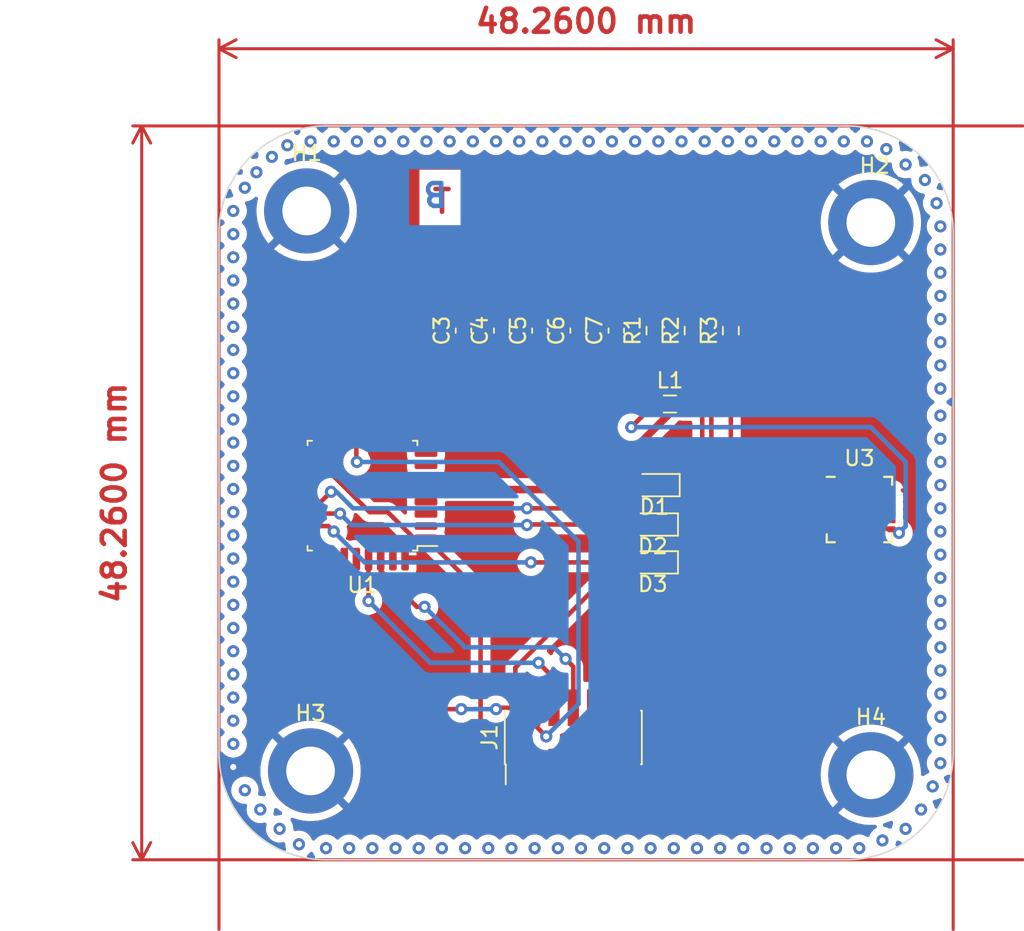
<source format=kicad_pcb>
(kicad_pcb (version 20221018) (generator pcbnew)
  (layers (0 "F.Cu" signal) (31 "B.Cu" signal) (34 "B.Paste" user) (35 "F.Paste" user) (36 "B.SilkS" user "B.Silkscreen") (37 "F.SilkS" user "F.Silkscreen") (38 "B.Mask" user) (39 "F.Mask" user) (44 "Edge.Cuts" user))
  (net 0 "")
  (net 1 "+3.3V")
  (net 2 "GND")
  (net 3 "+3.3VA")
  (net 4 "Net-(D1-K)")
  (net 5 "LED_PWR")
  (net 6 "Net-(D2-K)")
  (net 7 "LED_USER1")
  (net 8 "Net-(D3-K)")
  (net 9 "LED_USER2")
  (net 11 "SDA")
  (net 12 "SCL")
  (net 13 "BOUTON_USR")
  (net 14 "BOUTON_RESET")
  (footprint "Resistor_SMD:R_0603_1608Metric_Pad0.98x0.95mm_HandSolder" (layer "F.Cu") (at 183.642 69.342 90)
    (fp_text reference "R1" (at 0 -1.43 90) (layer "F.SilkS"))
    (fp_text value "1k")
    (fp_line (start -0.254724 -0.5225) (end 0.254724 -0.5225) (stroke (width 0.12)) (layer "F.SilkS"))
    (fp_line (start -0.254724 0.5225) (end 0.254724 0.5225) (stroke (width 0.12)) (layer "F.SilkS"))
    (pad "1" smd roundrect (at -0.9125 0 90) (size 0.975 0.95) (layers "F.Cu" "F.Paste" "F.Mask") (net 4 "Net-(D1-K)"))
    (pad "2" smd roundrect (at 0.9125 0 90) (size 0.975 0.95) (layers "F.Cu" "F.Paste" "F.Mask") (net 2 "GND"))
  )
  (footprint "Sensor_Motion:InvenSense_QFN-24_4x4mm_P0.5mm" (layer "F.Cu") (at 197.116 81.108)
    (fp_text reference "U3" (at 0 -3.375) (layer "F.SilkS"))
    (fp_text value "MPU-6050")
    (fp_line (start -2.15 -2.15) (end -1.625 -2.15) (stroke (width 0.15)) (layer "F.SilkS"))
    (fp_line (start -2.15 2.15) (end -2.15 1.625) (stroke (width 0.15)) (layer "F.SilkS"))
    (fp_line (start -2.15 2.15) (end -1.625 2.15) (stroke (width 0.15)) (layer "F.SilkS"))
    (fp_line (start 2.15 -2.15) (end 1.625 -2.15) (stroke (width 0.15)) (layer "F.SilkS"))
    (fp_line (start 2.15 -2.15) (end 2.15 -1.625) (stroke (width 0.15)) (layer "F.SilkS"))
    (fp_line (start 2.15 2.15) (end 1.625 2.15) (stroke (width 0.15)) (layer "F.SilkS"))
    (fp_line (start 2.15 2.15) (end 2.15 1.625) (stroke (width 0.15)) (layer "F.SilkS"))
    (pad "1" smd roundrect (at -1.95 -1.25) (size 0.85 0.3) (layers "F.Cu" "F.Paste" "F.Mask"))
    (pad "2" smd roundrect (at -1.95 -0.75) (size 0.85 0.3) (layers "F.Cu" "F.Paste" "F.Mask"))
    (pad "3" smd roundrect (at -1.95 -0.25) (size 0.85 0.3) (layers "F.Cu" "F.Paste" "F.Mask"))
    (pad "4" smd roundrect (at -1.95 0.25) (size 0.85 0.3) (layers "F.Cu" "F.Paste" "F.Mask"))
    (pad "5" smd roundrect (at -1.95 0.75) (size 0.85 0.3) (layers "F.Cu" "F.Paste" "F.Mask"))
    (pad "6" smd roundrect (at -1.95 1.25) (size 0.85 0.3) (layers "F.Cu" "F.Paste" "F.Mask"))
    (pad "7" smd roundrect (at -1.25 1.95 90) (size 0.85 0.3) (layers "F.Cu" "F.Paste" "F.Mask"))
    (pad "8" smd roundrect (at -0.75 1.95 90) (size 0.85 0.3) (layers "F.Cu" "F.Paste" "F.Mask"))
    (pad "9" smd roundrect (at -0.25 1.95 90) (size 0.85 0.3) (layers "F.Cu" "F.Paste" "F.Mask"))
    (pad "10" smd roundrect (at 0.25 1.95 90) (size 0.85 0.3) (layers "F.Cu" "F.Paste" "F.Mask"))
    (pad "11" smd roundrect (at 0.75 1.95 90) (size 0.85 0.3) (layers "F.Cu" "F.Paste" "F.Mask"))
    (pad "12" smd roundrect (at 1.25 1.95 90) (size 0.85 0.3) (layers "F.Cu" "F.Paste" "F.Mask"))
    (pad "13" smd roundrect (at 1.95 1.25) (size 0.85 0.3) (layers "F.Cu" "F.Paste" "F.Mask") (net 1 "+3.3V"))
    (pad "14" smd roundrect (at 1.95 0.75) (size 0.85 0.3) (layers "F.Cu" "F.Paste" "F.Mask"))
    (pad "15" smd roundrect (at 1.95 0.25) (size 0.85 0.3) (layers "F.Cu" "F.Paste" "F.Mask"))
    (pad "16" smd roundrect (at 1.95 -0.25) (size 0.85 0.3) (layers "F.Cu" "F.Paste" "F.Mask"))
    (pad "17" smd roundrect (at 1.95 -0.75) (size 0.85 0.3) (layers "F.Cu" "F.Paste" "F.Mask"))
    (pad "18" smd roundrect (at 1.95 -1.25) (size 0.85 0.3) (layers "F.Cu" "F.Paste" "F.Mask") (net 2 "GND"))
    (pad "19" smd roundrect (at 1.25 -1.95 90) (size 0.85 0.3) (layers "F.Cu" "F.Paste" "F.Mask"))
    (pad "20" smd roundrect (at 0.75 -1.95 90) (size 0.85 0.3) (layers "F.Cu" "F.Paste" "F.Mask"))
    (pad "21" smd roundrect (at 0.25 -1.95 90) (size 0.85 0.3) (layers "F.Cu" "F.Paste" "F.Mask"))
    (pad "22" smd roundrect (at -0.25 -1.95 90) (size 0.85 0.3) (layers "F.Cu" "F.Paste" "F.Mask"))
    (pad "23" smd roundrect (at -0.75 -1.95 90) (size 0.85 0.3) (layers "F.Cu" "F.Paste" "F.Mask") (net 12 "SCL"))
    (pad "24" smd roundrect (at -1.25 -1.95 90) (size 0.85 0.3) (layers "F.Cu" "F.Paste" "F.Mask") (net 11 "SDA"))
    (zone (net 0) (net_name "") (layer "F.Cu") (connect_pads (clearance 0)) (min_thickness 0.254)
      (keepout (tracks not_allowed) (vias not_allowed) (pads not_allowed) (copperpour not_allowed) (footprints allowed))
      (fill (thermal_gap 0.508) (thermal_bridge_width 0.508))
      (polygon (pts (xy 195.741 79.783) (xy 198.491 79.783) (xy 198.491 82.433) (xy 195.741 82.433)))
    )
  )
  (footprint "MountingHole:MountingHole_3.2mm_M3_DIN965_Pad" (layer "F.Cu") (at 160.782 61.468)
    (fp_text reference "H1" (at 0 -3.8) (layer "F.SilkS"))
    (fp_text value "MountingHole_Pad")
    (pad "1" thru_hole circle (at 0 0) (size 5.6 5.6) (drill 3.2) (layers "*.Cu" "*.Mask") (net 2 "GND"))
  )
  (footprint "Resistor_SMD:R_0603_1608Metric_Pad0.98x0.95mm_HandSolder" (layer "F.Cu") (at 186.152 69.342 90)
    (fp_text reference "R2" (at 0 -1.43 90) (layer "F.SilkS"))
    (fp_text value "1k")
    (fp_line (start -0.254724 -0.5225) (end 0.254724 -0.5225) (stroke (width 0.12)) (layer "F.SilkS"))
    (fp_line (start -0.254724 0.5225) (end 0.254724 0.5225) (stroke (width 0.12)) (layer "F.SilkS"))
    (pad "1" smd roundrect (at -0.9125 0 90) (size 0.975 0.95) (layers "F.Cu" "F.Paste" "F.Mask") (net 6 "Net-(D2-K)"))
    (pad "2" smd roundrect (at 0.9125 0 90) (size 0.975 0.95) (layers "F.Cu" "F.Paste" "F.Mask") (net 2 "GND"))
  )
  (footprint "Capacitor_SMD:C_0603_1608Metric_Pad1.08x0.95mm_HandSolder" (layer "F.Cu") (at 178.622 69.342 90)
    (fp_text reference "C6" (at 0 -1.43 90) (layer "F.SilkS"))
    (fp_text value "1u")
    (fp_line (start -0.146267 -0.51) (end 0.146267 -0.51) (stroke (width 0.12)) (layer "F.SilkS"))
    (fp_line (start -0.146267 0.51) (end 0.146267 0.51) (stroke (width 0.12)) (layer "F.SilkS"))
    (pad "1" smd roundrect (at -0.8625 0 90) (size 1.075 0.95) (layers "F.Cu" "F.Paste" "F.Mask") (net 3 "+3.3VA"))
    (pad "2" smd roundrect (at 0.8625 0 90) (size 1.075 0.95) (layers "F.Cu" "F.Paste" "F.Mask") (net 2 "GND"))
  )
  (footprint "Package_QFP:LQFP-32_7x7mm_P0.8mm" (layer "F.Cu") (at 164.449 80.194 180)
    (fp_text reference "U1" (at 0 -5.88) (layer "F.SilkS"))
    (fp_text value "STM32L412KBTx")
    (fp_line (start -3.61 -3.61) (end -3.61 -3.31) (stroke (width 0.12)) (layer "F.SilkS"))
    (fp_line (start -3.61 -3.31) (end -4.925 -3.31) (stroke (width 0.12)) (layer "F.SilkS"))
    (fp_line (start -3.61 3.61) (end -3.61 3.31) (stroke (width 0.12)) (layer "F.SilkS"))
    (fp_line (start -3.31 -3.61) (end -3.61 -3.61) (stroke (width 0.12)) (layer "F.SilkS"))
    (fp_line (start -3.31 3.61) (end -3.61 3.61) (stroke (width 0.12)) (layer "F.SilkS"))
    (fp_line (start 3.31 -3.61) (end 3.61 -3.61) (stroke (width 0.12)) (layer "F.SilkS"))
    (fp_line (start 3.31 3.61) (end 3.61 3.61) (stroke (width 0.12)) (layer "F.SilkS"))
    (fp_line (start 3.61 -3.61) (end 3.61 -3.31) (stroke (width 0.12)) (layer "F.SilkS"))
    (fp_line (start 3.61 3.61) (end 3.61 3.31) (stroke (width 0.12)) (layer "F.SilkS"))
    (pad "1" smd roundrect (at -4.175 -2.8 180) (size 1.5 0.5) (layers "F.Cu" "F.Paste" "F.Mask") (net 1 "+3.3V"))
    (pad "2" smd roundrect (at -4.175 -2 180) (size 1.5 0.5) (layers "F.Cu" "F.Paste" "F.Mask"))
    (pad "3" smd roundrect (at -4.175 -1.2 180) (size 1.5 0.5) (layers "F.Cu" "F.Paste" "F.Mask"))
    (pad "4" smd roundrect (at -4.175 -0.4 180) (size 1.5 0.5) (layers "F.Cu" "F.Paste" "F.Mask"))
    (pad "5" smd roundrect (at -4.175 0.4 180) (size 1.5 0.5) (layers "F.Cu" "F.Paste" "F.Mask") (net 3 "+3.3VA"))
    (pad "6" smd roundrect (at -4.175 1.2 180) (size 1.5 0.5) (layers "F.Cu" "F.Paste" "F.Mask"))
    (pad "7" smd roundrect (at -4.175 2 180) (size 1.5 0.5) (layers "F.Cu" "F.Paste" "F.Mask"))
    (pad "8" smd roundrect (at -4.175 2.8 180) (size 1.5 0.5) (layers "F.Cu" "F.Paste" "F.Mask"))
    (pad "9" smd roundrect (at -2.8 4.175 180) (size 0.5 1.5) (layers "F.Cu" "F.Paste" "F.Mask"))
    (pad "10" smd roundrect (at -2 4.175 180) (size 0.5 1.5) (layers "F.Cu" "F.Paste" "F.Mask"))
    (pad "11" smd roundrect (at -1.2 4.175 180) (size 0.5 1.5) (layers "F.Cu" "F.Paste" "F.Mask"))
    (pad "12" smd roundrect (at -0.4 4.175 180) (size 0.5 1.5) (layers "F.Cu" "F.Paste" "F.Mask"))
    (pad "13" smd roundrect (at 0.4 4.175 180) (size 0.5 1.5) (layers "F.Cu" "F.Paste" "F.Mask") (net 12 "SCL"))
    (pad "14" smd roundrect (at 1.2 4.175 180) (size 0.5 1.5) (layers "F.Cu" "F.Paste" "F.Mask"))
    (pad "15" smd roundrect (at 2 4.175 180) (size 0.5 1.5) (layers "F.Cu" "F.Paste" "F.Mask"))
    (pad "16" smd roundrect (at 2.8 4.175 180) (size 0.5 1.5) (layers "F.Cu" "F.Paste" "F.Mask") (net 2 "GND"))
    (pad "17" smd roundrect (at 4.175 2.8 180) (size 1.5 0.5) (layers "F.Cu" "F.Paste" "F.Mask") (net 1 "+3.3V"))
    (pad "18" smd roundrect (at 4.175 2 180) (size 1.5 0.5) (layers "F.Cu" "F.Paste" "F.Mask"))
    (pad "19" smd roundrect (at 4.175 1.2 180) (size 1.5 0.5) (layers "F.Cu" "F.Paste" "F.Mask"))
    (pad "20" smd roundrect (at 4.175 0.4 180) (size 1.5 0.5) (layers "F.Cu" "F.Paste" "F.Mask") (net 11 "SDA"))
    (pad "21" smd roundrect (at 4.175 -0.4 180) (size 1.5 0.5) (layers "F.Cu" "F.Paste" "F.Mask") (net 5 "LED_PWR"))
    (pad "22" smd roundrect (at 4.175 -1.2 180) (size 1.5 0.5) (layers "F.Cu" "F.Paste" "F.Mask") (net 7 "LED_USER1"))
    (pad "23" smd roundrect (at 4.175 -2 180) (size 1.5 0.5) (layers "F.Cu" "F.Paste" "F.Mask") (net 9 "LED_USER2"))
    (pad "24" smd roundrect (at 4.175 -2.8 180) (size 1.5 0.5) (layers "F.Cu" "F.Paste" "F.Mask"))
    (pad "25" smd roundrect (at 2.8 -4.175 180) (size 0.5 1.5) (layers "F.Cu" "F.Paste" "F.Mask"))
    (pad "26" smd roundrect (at 2 -4.175 180) (size 0.5 1.5) (layers "F.Cu" "F.Paste" "F.Mask"))
    (pad "27" smd roundrect (at 1.2 -4.175 180) (size 0.5 1.5) (layers "F.Cu" "F.Paste" "F.Mask"))
    (pad "28" smd roundrect (at 0.4 -4.175 180) (size 0.5 1.5) (layers "F.Cu" "F.Paste" "F.Mask"))
    (pad "29" smd roundrect (at -0.4 -4.175 180) (size 0.5 1.5) (layers "F.Cu" "F.Paste" "F.Mask") (net 13 "BOUTON_USR"))
    (pad "30" smd roundrect (at -1.2 -4.175 180) (size 0.5 1.5) (layers "F.Cu" "F.Paste" "F.Mask") (net 14 "BOUTON_RESET"))
    (pad "31" smd roundrect (at -2 -4.175 180) (size 0.5 1.5) (layers "F.Cu" "F.Paste" "F.Mask"))
    (pad "32" smd roundrect (at -2.8 -4.175 180) (size 0.5 1.5) (layers "F.Cu" "F.Paste" "F.Mask") (net 2 "GND"))
  )
  (footprint "LED_SMD:LED_0603_1608Metric_Pad1.05x0.95mm_HandSolder" (layer "F.Cu") (at 183.529 84.582 180)
    (fp_text reference "D3" (at 0 -1.43) (layer "F.SilkS"))
    (fp_text value "LED_Small")
    (fp_line (start -1.66 -0.735) (end -1.66 0.735) (stroke (width 0.12)) (layer "F.SilkS"))
    (fp_line (start -1.66 0.735) (end 0.8 0.735) (stroke (width 0.12)) (layer "F.SilkS"))
    (fp_line (start 0.8 -0.735) (end -1.66 -0.735) (stroke (width 0.12)) (layer "F.SilkS"))
    (pad "1" smd roundrect (at -0.875 0 180) (size 1.05 0.95) (layers "F.Cu" "F.Paste" "F.Mask") (net 8 "Net-(D3-K)"))
    (pad "2" smd roundrect (at 0.875 0 180) (size 1.05 0.95) (layers "F.Cu" "F.Paste" "F.Mask") (net 9 "LED_USER2"))
  )
  (footprint "Resistor_SMD:R_0603_1608Metric_Pad0.98x0.95mm_HandSolder" (layer "F.Cu") (at 188.662 69.342 90)
    (fp_text reference "R3" (at 0 -1.43 90) (layer "F.SilkS"))
    (fp_text value "1k")
    (fp_line (start -0.254724 -0.5225) (end 0.254724 -0.5225) (stroke (width 0.12)) (layer "F.SilkS"))
    (fp_line (start -0.254724 0.5225) (end 0.254724 0.5225) (stroke (width 0.12)) (layer "F.SilkS"))
    (pad "1" smd roundrect (at -0.9125 0 90) (size 0.975 0.95) (layers "F.Cu" "F.Paste" "F.Mask") (net 8 "Net-(D3-K)"))
    (pad "2" smd roundrect (at 0.9125 0 90) (size 0.975 0.95) (layers "F.Cu" "F.Paste" "F.Mask") (net 2 "GND"))
  )
  (footprint "LED_SMD:LED_0603_1608Metric_Pad1.05x0.95mm_HandSolder" (layer "F.Cu") (at 183.529 82.092 180)
    (fp_text reference "D2" (at 0 -1.43) (layer "F.SilkS"))
    (fp_text value "LED_Small")
    (fp_line (start -1.66 -0.735) (end -1.66 0.735) (stroke (width 0.12)) (layer "F.SilkS"))
    (fp_line (start -1.66 0.735) (end 0.8 0.735) (stroke (width 0.12)) (layer "F.SilkS"))
    (fp_line (start 0.8 -0.735) (end -1.66 -0.735) (stroke (width 0.12)) (layer "F.SilkS"))
    (pad "1" smd roundrect (at -0.875 0 180) (size 1.05 0.95) (layers "F.Cu" "F.Paste" "F.Mask") (net 6 "Net-(D2-K)"))
    (pad "2" smd roundrect (at 0.875 0 180) (size 1.05 0.95) (layers "F.Cu" "F.Paste" "F.Mask") (net 7 "LED_USER1"))
  )
  (footprint "Capacitor_SMD:C_0603_1608Metric_Pad1.08x0.95mm_HandSolder" (layer "F.Cu") (at 181.132 69.342 90)
    (fp_text reference "C7" (at 0 -1.43 90) (layer "F.SilkS"))
    (fp_text value "10n")
    (fp_line (start -0.146267 -0.51) (end 0.146267 -0.51) (stroke (width 0.12)) (layer "F.SilkS"))
    (fp_line (start -0.146267 0.51) (end 0.146267 0.51) (stroke (width 0.12)) (layer "F.SilkS"))
    (pad "1" smd roundrect (at -0.8625 0 90) (size 1.075 0.95) (layers "F.Cu" "F.Paste" "F.Mask") (net 3 "+3.3VA"))
    (pad "2" smd roundrect (at 0.8625 0 90) (size 1.075 0.95) (layers "F.Cu" "F.Paste" "F.Mask") (net 2 "GND"))
  )
  (footprint "MountingHole:MountingHole_3.2mm_M3_DIN965_Pad" (layer "F.Cu") (at 161.036 98.298)
    (fp_text reference "H3" (at 0 -3.8) (layer "F.SilkS"))
    (fp_text value "MountingHole_Pad")
    (pad "1" thru_hole circle (at 0 0) (size 5.6 5.6) (drill 3.2) (layers "*.Cu" "*.Mask") (net 2 "GND"))
  )
  (footprint "Capacitor_SMD:C_0603_1608Metric_Pad1.08x0.95mm_HandSolder" (layer "F.Cu") (at 171.092 69.342 90)
    (fp_text reference "C3" (at 0 -1.43 90) (layer "F.SilkS"))
    (fp_text value "4u7")
    (fp_line (start -0.146267 -0.51) (end 0.146267 -0.51) (stroke (width 0.12)) (layer "F.SilkS"))
    (fp_line (start -0.146267 0.51) (end 0.146267 0.51) (stroke (width 0.12)) (layer "F.SilkS"))
    (pad "1" smd roundrect (at -0.8625 0 90) (size 1.075 0.95) (layers "F.Cu" "F.Paste" "F.Mask") (net 1 "+3.3V"))
    (pad "2" smd roundrect (at 0.8625 0 90) (size 1.075 0.95) (layers "F.Cu" "F.Paste" "F.Mask") (net 2 "GND"))
  )
  (footprint "LED_SMD:LED_0603_1608Metric_Pad1.05x0.95mm_HandSolder" (layer "F.Cu") (at 183.642 79.502 180)
    (fp_text reference "D1" (at 0 -1.43) (layer "F.SilkS"))
    (fp_text value "LED_Small")
    (fp_line (start -1.66 -0.735) (end -1.66 0.735) (stroke (width 0.12)) (layer "F.SilkS"))
    (fp_line (start -1.66 0.735) (end 0.8 0.735) (stroke (width 0.12)) (layer "F.SilkS"))
    (fp_line (start 0.8 -0.735) (end -1.66 -0.735) (stroke (width 0.12)) (layer "F.SilkS"))
    (pad "1" smd roundrect (at -0.875 0 180) (size 1.05 0.95) (layers "F.Cu" "F.Paste" "F.Mask") (net 4 "Net-(D1-K)"))
    (pad "2" smd roundrect (at 0.875 0 180) (size 1.05 0.95) (layers "F.Cu" "F.Paste" "F.Mask") (net 5 "LED_PWR"))
  )
  (footprint "Inductor_SMD:L_0805_2012Metric_Pad1.05x1.20mm_HandSolder" (layer "F.Cu") (at 184.658 74.168)
    (fp_text reference "L1" (at 0 -1.55) (layer "F.SilkS"))
    (fp_text value "39n")
    (fp_line (start -0.410242 -0.56) (end 0.410242 -0.56) (stroke (width 0.12)) (layer "F.SilkS"))
    (fp_line (start -0.410242 0.56) (end 0.410242 0.56) (stroke (width 0.12)) (layer "F.SilkS"))
    (pad "1" smd roundrect (at -1.15 0) (size 1.05 1.2) (layers "F.Cu" "F.Paste" "F.Mask") (roundrect_rratio 0.238095) (net 1 "+3.3V"))
    (pad "2" smd roundrect (at 1.15 0) (size 1.05 1.2) (layers "F.Cu" "F.Paste" "F.Mask") (roundrect_rratio 0.238095) (net 3 "+3.3VA"))
  )
  (footprint "MountingHole:MountingHole_3.2mm_M3_DIN965_Pad" (layer "F.Cu") (at 197.866 98.552)
    (fp_text reference "H4" (at 0 -3.8) (layer "F.SilkS"))
    (fp_text value "MountingHole_Pad")
    (pad "1" thru_hole circle (at 0 0) (size 5.6 5.6) (drill 3.2) (layers "*.Cu" "*.Mask") (net 2 "GND"))
  )
  (footprint "Capacitor_SMD:C_0603_1608Metric_Pad1.08x0.95mm_HandSolder" (layer "F.Cu") (at 173.602 69.342 90)
    (fp_text reference "C4" (at 0 -1.43 90) (layer "F.SilkS"))
    (fp_text value "100n")
    (fp_line (start -0.146267 -0.51) (end 0.146267 -0.51) (stroke (width 0.12)) (layer "F.SilkS"))
    (fp_line (start -0.146267 0.51) (end 0.146267 0.51) (stroke (width 0.12)) (layer "F.SilkS"))
    (pad "1" smd roundrect (at -0.8625 0 90) (size 1.075 0.95) (layers "F.Cu" "F.Paste" "F.Mask") (net 1 "+3.3V"))
    (pad "2" smd roundrect (at 0.8625 0 90) (size 1.075 0.95) (layers "F.Cu" "F.Paste" "F.Mask") (net 2 "GND"))
  )
  (footprint "Connector_PinHeader_1.27mm:PinHeader_2x07_P1.27mm_Vertical_SMD" (layer "F.Cu") (at 178.308 96.094 90)
    (fp_text reference "J1" (at 0 -5.505 90) (layer "F.SilkS"))
    (fp_text value "Conn_02x07_Odd_Even")
    (fp_line (start -3.09 -4.44) (end -1.765 -4.44) (stroke (width 0.12)) (layer "F.SilkS"))
    (fp_line (start -1.765 -4.505) (end -1.765 -4.44) (stroke (width 0.12)) (layer "F.SilkS"))
    (fp_line (start -1.765 -4.505) (end 1.765 -4.505) (stroke (width 0.12)) (layer "F.SilkS"))
    (fp_line (start -1.765 4.44) (end -1.765 4.505) (stroke (width 0.12)) (layer "F.SilkS"))
    (fp_line (start -1.765 4.505) (end 1.765 4.505) (stroke (width 0.12)) (layer "F.SilkS"))
    (fp_line (start 1.765 -4.505) (end 1.765 -4.44) (stroke (width 0.12)) (layer "F.SilkS"))
    (fp_line (start 1.765 4.44) (end 1.765 4.505) (stroke (width 0.12)) (layer "F.SilkS"))
    (pad "1" smd rect (at -1.95 -3.81 90) (size 2.4 0.74) (layers "F.Cu" "F.Paste" "F.Mask"))
    (pad "2" smd rect (at 1.95 -3.81 90) (size 2.4 0.74) (layers "F.Cu" "F.Paste" "F.Mask") (net 11 "SDA"))
    (pad "3" smd rect (at -1.95 -2.54 90) (size 2.4 0.74) (layers "F.Cu" "F.Paste" "F.Mask") (net 1 "+3.3V"))
    (pad "4" smd rect (at 1.95 -2.54 90) (size 2.4 0.74) (layers "F.Cu" "F.Paste" "F.Mask") (net 12 "SCL"))
    (pad "5" smd rect (at -1.95 -1.27 90) (size 2.4 0.74) (layers "F.Cu" "F.Paste" "F.Mask") (net 2 "GND"))
    (pad "6" smd rect (at 1.95 -1.27 90) (size 2.4 0.74) (layers "F.Cu" "F.Paste" "F.Mask") (net 13 "BOUTON_USR"))
    (pad "7" smd rect (at -1.95 0 90) (size 2.4 0.74) (layers "F.Cu" "F.Paste" "F.Mask") (net 2 "GND"))
    (pad "8" smd rect (at 1.95 0 90) (size 2.4 0.74) (layers "F.Cu" "F.Paste" "F.Mask") (net 14 "BOUTON_RESET"))
    (pad "9" smd rect (at -1.95 1.27 90) (size 2.4 0.74) (layers "F.Cu" "F.Paste" "F.Mask"))
    (pad "10" smd rect (at 1.95 1.27 90) (size 2.4 0.74) (layers "F.Cu" "F.Paste" "F.Mask"))
    (pad "11" smd rect (at -1.95 2.54 90) (size 2.4 0.74) (layers "F.Cu" "F.Paste" "F.Mask") (net 2 "GND"))
    (pad "12" smd rect (at 1.95 2.54 90) (size 2.4 0.74) (layers "F.Cu" "F.Paste" "F.Mask"))
    (pad "13" smd rect (at -1.95 3.81 90) (size 2.4 0.74) (layers "F.Cu" "F.Paste" "F.Mask"))
    (pad "14" smd rect (at 1.95 3.81 90) (size 2.4 0.74) (layers "F.Cu" "F.Paste" "F.Mask"))
  )
  (footprint "Capacitor_SMD:C_0603_1608Metric_Pad1.08x0.95mm_HandSolder" (layer "F.Cu") (at 176.112 69.342 90)
    (fp_text reference "C5" (at 0 -1.43 90) (layer "F.SilkS"))
    (fp_text value "100n")
    (fp_line (start -0.146267 -0.51) (end 0.146267 -0.51) (stroke (width 0.12)) (layer "F.SilkS"))
    (fp_line (start -0.146267 0.51) (end 0.146267 0.51) (stroke (width 0.12)) (layer "F.SilkS"))
    (pad "1" smd roundrect (at -0.8625 0 90) (size 1.075 0.95) (layers "F.Cu" "F.Paste" "F.Mask") (net 1 "+3.3V"))
    (pad "2" smd roundrect (at 0.8625 0 90) (size 1.075 0.95) (layers "F.Cu" "F.Paste" "F.Mask") (net 2 "GND"))
  )
  (footprint "MountingHole:MountingHole_3.2mm_M3_DIN965_Pad" (layer "F.Cu") (at 197.866 62.23)
    (fp_text reference "H2" (at 0.254 -3.724) (layer "F.SilkS"))
    (fp_text value "MountingHole_Pad")
    (pad "1" thru_hole circle (at 0 0) (size 5.6 5.6) (drill 3.2) (layers "*.Cu" "*.Mask") (net 2 "GND"))
  )
  (gr_arc (start 155.01725 62.88) (mid 157.067503 57.930253) (end 162.01725 55.88) (stroke (width 0.1)) (layer "Edge.Cuts"))
  (gr_line (start 196.27725 104.14) (end 162.01725 104.14) (stroke (width 0.1)) (layer "Edge.Cuts"))
  (gr_line (start 155.01725 97.14) (end 155.01725 62.88) (stroke (width 0.1)) (layer "Edge.Cuts"))
  (gr_line (start 203.27725 62.88) (end 203.27725 97.14) (stroke (width 0.1)) (layer "Edge.Cuts"))
  (gr_arc (start 203.27725 97.14) (mid 201.226997 102.089747) (end 196.27725 104.14) (stroke (width 0.1)) (layer "Edge.Cuts"))
  (gr_line (start 162.01725 55.88) (end 196.27725 55.88) (stroke (width 0.1)) (layer "Edge.Cuts"))
  (gr_arc (start 196.27725 55.88) (mid 201.226997 57.930253) (end 203.27725 62.88) (stroke (width 0.1)) (layer "Edge.Cuts"))
  (gr_arc (start 162.01725 104.14) (mid 157.067503 102.089747) (end 155.01725 97.14) (stroke (width 0.1)) (layer "Edge.Cuts"))
  (gr_text "T" (at 168.91 61.722) (layer "F.Cu") (effects (font (size 1.5 1.5) (thickness 0.3) bold) (justify left bottom)))
  (gr_text "B" (at 170.18 59.436 180) (layer "B.Cu") (effects (font (size 1.5 1.5) (thickness 0.3) bold) (justify left bottom)))
  (dimension (type aligned) (layer "F.Cu") (pts (xy 208.35725 55.88) (xy 208.35725 104.14)) (height 58.42) (gr_text "48,2600 mm" (at 148.13725 80.01 90) (layer "F.Cu") (effects (font (size 1.5 1.5) (thickness 0.3)))) (format (prefix "") (suffix "") (units 3) (units_format 1) (precision 4)) (style (thickness 0.2) (arrow_length 1.27) (text_position_mode 0) (extension_height 0.58642) (extension_offset 0.5) keep_text_aligned))
  (dimension (type aligned) (layer "F.Cu") (pts (xy 155.01725 109.22) (xy 203.27725 109.22)) (height -58.42) (gr_text "48,2600 mm" (at 179.14725 49) (layer "F.Cu") (effects (font (size 1.5 1.5) (thickness 0.3)))) (format (prefix "") (suffix "") (units 3) (units_format 1) (precision 4)) (style (thickness 0.2) (arrow_length 1.27) (text_position_mode 0) (extension_height 0.58642) (extension_offset 0.5) keep_text_aligned))
  (via (at 202.438 64.008) (size 0.8) (drill 0.4) (layers "F.Cu" "B.Cu") (net 0))
  (via (at 155.956 81.28) (size 0.8) (drill 0.4) (layers "F.Cu" "B.Cu") (net 0))
  (via (at 176.276 56.896) (size 0.8) (drill 0.4) (layers "F.Cu" "B.Cu") (net 0))
  (via (at 155.956 90.424) (size 0.8) (drill 0.4) (layers "F.Cu" "B.Cu") (net 0))
  (via (at 155.956 76.708) (size 0.8) (drill 0.4) (layers "F.Cu" "B.Cu") (net 0))
  (via (at 155.956 78.232) (size 0.8) (drill 0.4) (layers "F.Cu" "B.Cu") (net 0))
  (via (at 196.088 56.896) (size 0.8) (drill 0.4) (layers "F.Cu" "B.Cu") (net 0))
  (via (at 155.956 73.66) (size 0.8) (drill 0.4) (layers "F.Cu" "B.Cu") (net 0))
  (via (at 182.372 56.896) (size 0.8) (drill 0.4) (layers "F.Cu" "B.Cu") (net 0))
  (via (at 158.496 57.912) (size 0.8) (drill 0.4) (layers "F.Cu" "B.Cu") (net 0))
  (via (at 155.956 66.04) (size 0.8) (drill 0.4) (layers "F.Cu" "B.Cu") (net 0))
  (via (at 156.718 59.944) (size 0.8) (drill 0.4) (layers "F.Cu" "B.Cu") (net 0))
  (via (at 186.944 56.896) (size 0.8) (drill 0.4) (layers "F.Cu" "B.Cu") (net 0))
  (via (at 198.628 102.87) (size 0.8) (drill 0.4) (layers "F.Cu" "B.Cu") (net 0))
  (via (at 202.438 81.026) (size 0.8) (drill 0.4) (layers "F.Cu" "B.Cu") (net 0))
  (via (at 155.956 82.804) (size 0.8) (drill 0.4) (layers "F.Cu" "B.Cu") (net 0))
  (via (at 155.956 69.088) (size 0.8) (drill 0.4) (layers "F.Cu" "B.Cu") (net 0))
  (via (at 202.438 76.454) (size 0.8) (drill 0.4) (layers "F.Cu" "B.Cu") (net 0))
  (via (at 183.896 56.896) (size 0.8) (drill 0.4) (layers "F.Cu" "B.Cu") (net 0))
  (via (at 155.956 70.612) (size 0.8) (drill 0.4) (layers "F.Cu" "B.Cu") (net 0))
  (via (at 180.848 56.896) (size 0.8) (drill 0.4) (layers "F.Cu" "B.Cu") (net 0))
  (via (at 163.576 103.378) (size 0.8) (drill 0.4) (layers "F.Cu" "B.Cu") (net 0))
  (via (at 201.93 99.314) (size 0.8) (drill 0.4) (layers "F.Cu" "B.Cu") (net 0))
  (via (at 174.244 103.378) (size 0.8) (drill 0.4) (layers "F.Cu" "B.Cu") (net 0))
  (via (at 173.228 56.896) (size 0.8) (drill 0.4) (layers "F.Cu" "B.Cu") (net 0))
  (via (at 183.388 103.378) (size 0.8) (drill 0.4) (layers "F.Cu" "B.Cu") (net 0))
  (via (at 194.564 56.896) (size 0.8) (drill 0.4) (layers "F.Cu" "B.Cu") (net 0))
  (via (at 155.956 84.328) (size 0.8) (drill 0.4) (layers "F.Cu" "B.Cu") (net 0))
  (via (at 202.438 90.17) (size 0.8) (drill 0.4) (layers "F.Cu" "B.Cu") (net 0))
  (via (at 202.438 65.532) (size 0.8) (drill 0.4) (layers "F.Cu" "B.Cu") (net 0))
  (via (at 202.438 71.628) (size 0.8) (drill 0.4) (layers "F.Cu" "B.Cu") (net 0))
  (via (at 192.532 103.378) (size 0.8) (drill 0.4) (layers "F.Cu" "B.Cu") (net 0))
  (via (at 162.052 103.378) (size 0.8) (drill 0.4) (layers "F.Cu" "B.Cu") (net 0))
  (via (at 155.956 61.468) (size 0.8) (drill 0.4) (layers "F.Cu" "B.Cu") (net 0))
  (via (at 202.438 62.484) (size 0.8) (drill 0.4) (layers "F.Cu" "B.Cu") (net 0))
  (via (at 164.084 56.896) (size 0.8) (drill 0.4) (layers "F.Cu" "B.Cu") (net 0))
  (via (at 202.438 67.056) (size 0.8) (drill 0.4) (layers "F.Cu" "B.Cu") (net 0))
  (via (at 187.96 103.378) (size 0.8) (drill 0.4) (layers "F.Cu" "B.Cu") (net 0))
  (via (at 155.956 72.136) (size 0.8) (drill 0.4) (layers "F.Cu" "B.Cu") (net 0))
  (via (at 202.438 82.55) (size 0.8) (drill 0.4) (layers "F.Cu" "B.Cu") (net 0))
  (via (at 161.036 56.896) (size 0.8) (drill 0.4) (layers "F.Cu" "B.Cu") (net 0))
  (via (at 202.438 84.074) (size 0.8) (drill 0.4) (layers "F.Cu" "B.Cu") (net 0))
  (via (at 188.468 56.896) (size 0.8) (drill 0.4) (layers "F.Cu" "B.Cu") (net 0))
  (via (at 155.956 96.52) (size 0.8) (drill 0.4) (layers "F.Cu" "B.Cu") (net 0))
  (via (at 155.956 64.516) (size 0.8) (drill 0.4) (layers "F.Cu" "B.Cu") (net 0))
  (via (at 166.624 103.378) (size 0.8) (drill 0.4) (layers "F.Cu" "B.Cu") (net 0))
  (via (at 160.274 103.124) (size 0.8) (drill 0.4) (layers "F.Cu" "B.Cu") (net 0))
  (via (at 191.008 103.378) (size 0.8) (drill 0.4) (layers "F.Cu" "B.Cu") (net 0))
  (via (at 165.1 103.378) (size 0.8) (drill 0.4) (layers "F.Cu" "B.Cu") (net 0))
  (via (at 177.8 56.896) (size 0.8) (drill 0.4) (layers "F.Cu" "B.Cu") (net 0))
  (via (at 181.864 103.378) (size 0.8) (drill 0.4) (layers "F.Cu" "B.Cu") (net 0))
  (via (at 202.438 88.646) (size 0.8) (drill 0.4) (layers "F.Cu" "B.Cu") (net 0))
  (via (at 202.438 87.122) (size 0.8) (drill 0.4) (layers "F.Cu" "B.Cu") (net 0))
  (via (at 171.704 56.896) (size 0.8) (drill 0.4) (layers "F.Cu" "B.Cu") (net 0))
  (via (at 202.438 74.93) (size 0.8) (drill 0.4) (layers "F.Cu" "B.Cu") (net 0))
  (via (at 202.438 96.266) (size 0.8) (drill 0.4) (layers "F.Cu" "B.Cu") (net 0))
  (via (at 155.956 75.184) (size 0.8) (drill 0.4) (layers "F.Cu" "B.Cu") (net 0))
  (via (at 202.438 68.58) (size 0.8) (drill 0.4) (layers "F.Cu" "B.Cu") (net 0))
  (via (at 155.956 62.992) (size 0.8) (drill 0.4) (layers "F.Cu" "B.Cu") (net 0))
  (via (at 202.438 93.218) (size 0.8) (drill 0.4) (layers "F.Cu" "B.Cu") (net 0))
  (via (at 201.422 59.436) (size 0.8) (drill 0.4) (layers "F.Cu" "B.Cu") (net 0))
  (via (at 155.956 94.996) (size 0.8) (drill 0.4) (layers "F.Cu" "B.Cu") (net 0))
  (via (at 200.152 58.42) (size 0.8) (drill 0.4) (layers "F.Cu" "B.Cu") (net 0))
  (via (at 202.438 85.598) (size 0.8) (drill 0.4) (layers "F.Cu" "B.Cu") (net 0))
  (via (at 202.438 70.104) (size 0.8) (drill 0.4) (layers "F.Cu" "B.Cu") (net 0))
  (via (at 197.104 103.378) (size 0.8) (drill 0.4) (layers "F.Cu" "B.Cu") (net 0))
  (via (at 169.672 103.378) (size 0.8) (drill 0.4) (layers "F.Cu" "B.Cu") (net 0))
  (via (at 178.816 103.378) (size 0.8) (drill 0.4) (layers "F.Cu" "B.Cu") (net 0))
  (via (at 202.184 60.96) (size 0.8) (drill 0.4) (layers "F.Cu" "B.Cu") (net 0))
  (via (at 168.148 103.378) (size 0.8) (drill 0.4) (layers "F.Cu" "B.Cu") (net 0))
  (via (at 156.718 99.568) (size 0.8) (drill 0.4) (layers "F.Cu" "B.Cu") (net 0))
  (via (at 170.18 56.896) (size 0.8) (drill 0.4) (layers "F.Cu" "B.Cu") (net 0))
  (via (at 168.656 56.896) (size 0.8) (drill 0.4) (layers "F.Cu" "B.Cu") (net 0))
  (via (at 202.438 73.152) (size 0.8) (drill 0.4) (layers "F.Cu" "B.Cu") (net 0))
  (via (at 198.882 57.404) (size 0.8) (drill 0.4) (layers "F.Cu" "B.Cu") (net 0))
  (via (at 155.956 88.9) (size 0.8) (drill 0.4) (layers "F.Cu" "B.Cu") (net 0))
  (via (at 159.004 102.108) (size 0.8) (drill 0.4) (layers "F.Cu" "B.Cu") (net 0))
  (via (at 189.484 103.378) (size 0.8) (drill 0.4) (layers "F.Cu" "B.Cu") (net 0))
  (via (at 157.734 100.838) (size 0.8) (drill 0.4) (layers "F.Cu" "B.Cu") (net 0))
  (via (at 155.956 91.948) (size 0.8) (drill 0.4) (layers "F.Cu" "B.Cu") (net 0))
  (via (at 174.752 56.896) (size 0.8) (drill 0.4) (layers "F.Cu" "B.Cu") (net 0))
  (via (at 155.956 67.564) (size 0.8) (drill 0.4) (layers "F.Cu" "B.Cu") (net 0))
  (via (at 155.956 87.376) (size 0.8) (drill 0.4) (layers "F.Cu" "B.Cu") (net 0))
  (via (at 155.956 79.756) (size 0.8) (drill 0.4) (layers "F.Cu" "B.Cu") (net 0))
  (via (at 155.956 85.852) (size 0.8) (drill 0.4) (layers "F.Cu" "B.Cu") (net 0))
  (via (at 186.436 103.378) (size 0.8) (drill 0.4) (layers "F.Cu" "B.Cu") (net 0))
  (via (at 162.56 56.896) (size 0.8) (drill 0.4) (layers "F.Cu" "B.Cu") (net 0))
  (via (at 175.768 103.378) (size 0.8) (drill 0.4) (layers "F.Cu" "B.Cu") (net 0))
  (via (at 201.168 100.838) (size 0.8) (drill 0.4) (layers "F.Cu" "B.Cu") (net 0))
  (via (at 197.612 56.896) (size 0.8) (drill 0.4) (layers "F.Cu" "B.Cu") (net 0))
  (via (at 172.72 103.378) (size 0.8) (drill 0.4) (layers "F.Cu" "B.Cu") (net 0))
  (via (at 171.196 103.378) (size 0.8) (drill 0.4) (layers "F.Cu" "B.Cu") (net 0))
  (via (at 159.512 57.15) (size 0.8) (drill 0.4) (layers "F.Cu" "B.Cu") (net 0))
  (via (at 195.58 103.378) (size 0.8) (drill 0.4) (layers "F.Cu" "B.Cu") (net 0))
  (via (at 167.132 56.896) (size 0.8) (drill 0.4) (layers "F.Cu" "B.Cu") (net 0))
  (via (at 202.438 79.502) (size 0.8) (drill 0.4) (layers "F.Cu" "B.Cu") (net 0))
  (via (at 165.608 56.896) (size 0.8) (drill 0.4) (layers "F.Cu" "B.Cu") (net 0))
  (via (at 202.438 91.694) (size 0.8) (drill 0.4) (layers "F.Cu" "B.Cu") (net 0))
  (via (at 184.912 103.378) (size 0.8) (drill 0.4) (layers "F.Cu" "B.Cu") (net 0))
  (via (at 189.992 56.896) (size 0.8) (drill 0.4) (layers "F.Cu" "B.Cu") (net 0))
  (via (at 179.324 56.896) (size 0.8) (drill 0.4) (layers "F.Cu" "B.Cu") (net 0))
  (via (at 157.48 58.928) (size 0.8) (drill 0.4) (layers "F.Cu" "B.Cu") (net 0))
  (via (at 193.04 56.896) (size 0.8) (drill 0.4) (layers "F.Cu" "B.Cu") (net 0))
  (via (at 200.152 102.108) (size 0.8) (drill 0.4) (layers "F.Cu" "B.Cu") (net 0))
  (via (at 191.516 56.896) (size 0.8) (drill 0.4) (layers "F.Cu" "B.Cu") (net 0))
  (via (at 155.956 93.472) (size 0.8) (drill 0.4) (layers "F.Cu" "B.Cu") (net 0))
  (via (at 177.292 103.378) (size 0.8) (drill 0.4) (layers "F.Cu" "B.Cu") (net 0))
  (via (at 185.42 56.896) (size 0.8) (drill 0.4) (layers "F.Cu" "B.Cu") (net 0))
  (via (at 202.438 94.742) (size 0.8) (drill 0.4) (layers "F.Cu" "B.Cu") (net 0))
  (via (at 194.056 103.378) (size 0.8) (drill 0.4) (layers "F.Cu" "B.Cu") (net 0))
  (via (at 202.438 77.978) (size 0.8) (drill 0.4) (layers "F.Cu" "B.Cu") (net 0))
  (via (at 202.438 97.79) (size 0.8) (drill 0.4) (layers "F.Cu" "B.Cu") (net 0))
  (via (at 180.34 103.378) (size 0.8) (drill 0.4) (layers "F.Cu" "B.Cu") (net 0))
  (segment (start 173.602 70.2045) (end 176.112 70.2045) (width 0.3) (layer "F.Cu") (net 1))
  (segment (start 175.768 99.568) (end 175.768 98.044) (width 0.3) (layer "F.Cu") (net 1))
  (segment (start 180.0755 74.168) (end 183.508 74.168) (width 0.3) (layer "F.Cu") (net 1))
  (segment (start 183.508 74.302) (end 182.118 75.692) (width 0.3) (layer "F.Cu") (net 1))
  (segment (start 160.274 77.394) (end 160.274 73.66) (width 0.3) (layer "F.Cu") (net 1))
  (segment (start 199.716499 82.646829) (end 199.52767 82.458) (width 0.3) (layer "F.Cu") (net 1))
  (segment (start 175.642 99.694) (end 175.768 99.568) (width 0.3) (layer "F.Cu") (net 1))
  (segment (start 199.52767 82.458) (end 199.066 82.458) (width 0.3) (layer "F.Cu") (net 1))
  (segment (start 164.923173 81.28) (end 161.037173 77.394) (width 0.3) (layer "F.Cu") (net 1))
  (segment (start 171.092 70.2045) (end 173.602 70.2045) (width 0.3) (layer "F.Cu") (net 1))
  (segment (start 167.83 82.994) (end 166.116 81.28) (width 0.3) (layer "F.Cu") (net 1))
  (segment (start 163.7295 70.2045) (end 171.092 70.2045) (width 0.3) (layer "F.Cu") (net 1))
  (segment (start 168.624 82.994) (end 172.212 86.582) (width 0.3) (layer "F.Cu") (net 1))
  (segment (start 176.112 70.2045) (end 180.0755 74.168) (width 0.3) (layer "F.Cu") (net 1))
  (segment (start 168.624 82.994) (end 167.83 82.994) (width 0.3) (layer "F.Cu") (net 1))
  (segment (start 161.037173 77.394) (end 160.274 77.394) (width 0.3) (layer "F.Cu") (net 1))
  (segment (start 166.116 81.28) (end 164.923173 81.28) (width 0.3) (layer "F.Cu") (net 1))
  (segment (start 172.212 86.582) (end 172.212 98.228) (width 0.3) (layer "F.Cu") (net 1))
  (segment (start 183.508 74.168) (end 183.508 74.302) (width 0.3) (layer "F.Cu") (net 1))
  (segment (start 172.212 98.228) (end 173.678 99.694) (width 0.3) (layer "F.Cu") (net 1))
  (segment (start 160.274 73.66) (end 163.7295 70.2045) (width 0.3) (layer "F.Cu") (net 1))
  (segment (start 173.678 99.694) (end 175.642 99.694) (width 0.3) (layer "F.Cu") (net 1))
  (via (at 199.716499 82.646829) (size 0.8) (drill 0.4) (layers "F.Cu" "B.Cu") (net 1))
  (via (at 182.118 75.692) (size 0.8) (drill 0.4) (layers "F.Cu" "B.Cu") (net 1))
  (segment (start 182.118 75.692) (end 197.866 75.692) (width 0.3) (layer "B.Cu") (net 1))
  (segment (start 200.152 82.211328) (end 199.716499 82.646829) (width 0.3) (layer "B.Cu") (net 1))
  (segment (start 197.866 75.692) (end 200.152 77.978) (width 0.3) (layer "B.Cu") (net 1))
  (segment (start 200.152 77.978) (end 200.152 82.211328) (width 0.3) (layer "B.Cu") (net 1))
  (via (at 155.956 98.044) (size 0.8) (drill 0.4) (layers "F.Cu" "B.Cu") (net 2))
  (segment (start 185.264371 74.168) (end 185.808 74.168) (width 0.5) (layer "F.Cu") (net 3))
  (segment (start 178.622 70.2045) (end 181.132 70.2045) (width 0.5) (layer "F.Cu") (net 3))
  (segment (start 168.624 79.794) (end 179.638371 79.794) (width 0.5) (layer "F.Cu") (net 3))
  (segment (start 181.132 70.2045) (end 182.2195 71.292) (width 0.5) (layer "F.Cu") (net 3))
  (segment (start 182.932 71.292) (end 185.808 74.168) (width 0.5) (layer "F.Cu") (net 3))
  (segment (start 182.2195 71.292) (end 182.932 71.292) (width 0.5) (layer "F.Cu") (net 3))
  (segment (start 179.638371 79.794) (end 185.264371 74.168) (width 0.5) (layer "F.Cu") (net 3))
  (segment (start 186.783 73.3955) (end 186.783 77.236) (width 0.3) (layer "F.Cu") (net 4))
  (segment (start 186.783 77.236) (end 184.517 79.502) (width 0.3) (layer "F.Cu") (net 4))
  (segment (start 183.642 70.2545) (end 186.783 73.3955) (width 0.3) (layer "F.Cu") (net 4))
  (segment (start 181.243 81.026) (end 175.26 81.026) (width 0.3) (layer "F.Cu") (net 5))
  (segment (start 161.722001 80.594) (end 160.274 80.594) (width 0.3) (layer "F.Cu") (net 5))
  (segment (start 162.378899 79.937102) (end 161.722001 80.594) (width 0.3) (layer "F.Cu") (net 5))
  (segment (start 182.767 79.502) (end 181.243 81.026) (width 0.3) (layer "F.Cu") (net 5))
  (via (at 175.26 81.026) (size 0.8) (drill 0.4) (layers "F.Cu" "B.Cu") (net 5))
  (via (at 162.378899 79.937102) (size 0.8) (drill 0.4) (layers "F.Cu" "B.Cu") (net 5))
  (segment (start 163.83 81.026) (end 162.814 80.01) (width 0.3) (layer "B.Cu") (net 5))
  (segment (start 162.741102 79.937102) (end 162.378899 79.937102) (width 0.3) (layer "B.Cu") (net 5))
  (segment (start 175.26 81.026) (end 163.83 81.026) (width 0.3) (layer "B.Cu") (net 5))
  (segment (start 162.814 80.01) (end 162.741102 79.937102) (width 0.3) (layer "B.Cu") (net 5))
  (segment (start 186.152 70.2545) (end 187.383 71.4855) (width 0.3) (layer "F.Cu") (net 6))
  (segment (start 187.383 79.113) (end 184.404 82.092) (width 0.3) (layer "F.Cu") (net 6))
  (segment (start 187.383 71.4855) (end 187.383 79.113) (width 0.3) (layer "F.Cu") (net 6))
  (segment (start 160.295312 81.372688) (end 160.274 81.394) (width 0.3) (layer "F.Cu") (net 7))
  (segment (start 162.975312 81.372688) (end 160.295312 81.372688) (width 0.3) (layer "F.Cu") (net 7))
  (segment (start 182.654 82.092) (end 175.293503 82.092) (width 0.3) (layer "F.Cu") (net 7))
  (segment (start 175.293503 82.092) (end 175.26 82.125503) (width 0.3) (layer "F.Cu") (net 7))
  (via (at 162.975312 81.372688) (size 0.8) (drill 0.4) (layers "F.Cu" "B.Cu") (net 7))
  (via (at 175.26 82.125503) (size 0.8) (drill 0.4) (layers "F.Cu" "B.Cu") (net 7))
  (segment (start 175.26 82.125503) (end 163.728127 82.125503) (width 0.3) (layer "B.Cu") (net 7))
  (segment (start 163.728127 82.125503) (end 162.975312 81.372688) (width 0.3) (layer "B.Cu") (net 7))
  (segment (start 188.662 80.324) (end 184.404 84.582) (width 0.3) (layer "F.Cu") (net 8))
  (segment (start 188.662 70.2545) (end 188.662 80.324) (width 0.3) (layer "F.Cu") (net 8))
  (segment (start 182.654 84.582) (end 175.514 84.582) (width 0.3) (layer "F.Cu") (net 9))
  (segment (start 162.204 82.194) (end 160.274 82.194) (width 0.3) (layer "F.Cu") (net 9))
  (segment (start 162.56 82.55) (end 162.204 82.194) (width 0.3) (layer "F.Cu") (net 9))
  (via (at 175.514 84.582) (size 0.8) (drill 0.4) (layers "F.Cu" "B.Cu") (net 9))
  (via (at 162.56 82.55) (size 0.8) (drill 0.4) (layers "F.Cu" "B.Cu") (net 9))
  (segment (start 164.592 84.582) (end 162.56 82.55) (width 0.3) (layer "B.Cu") (net 9))
  (segment (start 175.514 84.582) (end 164.592 84.582) (width 0.3) (layer "B.Cu") (net 9))
  (segment (start 174.498 94.144) (end 173.318 94.144) (width 0.3) (layer "F.Cu") (net 11))
  (segment (start 159.074 83.357173) (end 159.074 80.230827) (width 0.3) (layer "F.Cu") (net 11))
  (segment (start 194.698538 79.158) (end 195.766 79.158) (width 0.3) (layer "F.Cu") (net 11))
  (segment (start 159.074 80.230827) (end 159.510827 79.794) (width 0.3) (layer "F.Cu") (net 11))
  (segment (start 188.349538 85.507) (end 194.698538 79.158) (width 0.3) (layer "F.Cu") (net 11))
  (segment (start 169.950827 94.234) (end 159.074 83.357173) (width 0.3) (layer "F.Cu") (net 11))
  (segment (start 174.498 94.144) (end 174.498 91.507918) (width 0.3) (layer "F.Cu") (net 11))
  (segment (start 180.498918 85.507) (end 188.349538 85.507) (width 0.3) (layer "F.Cu") (net 11))
  (segment (start 174.498 91.507918) (end 180.498918 85.507) (width 0.3) (layer "F.Cu") (net 11))
  (segment (start 159.510827 79.794) (end 160.274 79.794) (width 0.3) (layer "F.Cu") (net 11))
  (segment (start 170.942 94.234) (end 169.950827 94.234) (width 0.3) (layer "F.Cu") (net 11))
  (segment (start 173.318 94.144) (end 173.228 94.234) (width 0.3) (layer "F.Cu") (net 11))
  (via (at 170.942 94.234) (size 0.8) (drill 0.4) (layers "F.Cu" "B.Cu") (net 11))
  (via (at 173.228 94.234) (size 0.8) (drill 0.4) (layers "F.Cu" "B.Cu") (net 11))
  (segment (start 173.228 94.234) (end 170.942 94.234) (width 0.3) (layer "B.Cu") (net 11))
  (segment (start 175.768 95.270555) (end 175.768 94.144) (width 0.3) (layer "F.Cu") (net 12))
  (segment (start 176.526481 96.029036) (end 175.768 95.270555) (width 0.3) (layer "F.Cu") (net 12))
  (segment (start 164.049 76.019) (end 164.049 77.943) (width 0.3) (layer "F.Cu") (net 12))
  (segment (start 164.049 77.943) (end 164.084 77.978) (width 0.3) (layer "F.Cu") (net 12))
  (via (at 164.084 77.978) (size 0.8) (drill 0.4) (layers "F.Cu" "B.Cu") (net 12))
  (via (at 176.526481 96.029036) (size 0.8) (drill 0.4) (layers "F.Cu" "B.Cu") (net 12))
  (segment (start 174.464041 79.027959) (end 178.65 83.213918) (width 0.3) (layer "B.Cu") (net 12))
  (segment (start 176.53 96.012) (end 176.526481 96.015519) (width 0.3) (layer "B.Cu") (net 12))
  (segment (start 178.65 83.213918) (end 178.65 93.892) (width 0.3) (layer "B.Cu") (net 12))
  (segment (start 164.084 77.978) (end 173.414082 77.978) (width 0.3) (layer "B.Cu") (net 12))
  (segment (start 178.65 93.892) (end 176.53 96.012) (width 0.3) (layer "B.Cu") (net 12))
  (segment (start 173.414082 77.978) (end 174.464041 79.027959) (width 0.3) (layer "B.Cu") (net 12))
  (segment (start 176.526481 96.015519) (end 176.526481 96.029036) (width 0.3) (layer "B.Cu") (net 12))
  (segment (start 164.849 84.369) (end 164.849 87.119) (width 0.3) (layer "F.Cu") (net 13))
  (segment (start 164.849 87.119) (end 164.846 87.122) (width 0.3) (layer "F.Cu") (net 13))
  (segment (start 176.022 91.186) (end 177.038 92.202) (width 0.3) (layer "F.Cu") (net 13))
  (segment (start 177.038 92.202) (end 177.038 94.144) (width 0.3) (layer "F.Cu") (net 13))
  (via (at 176.022 91.186) (size 0.8) (drill 0.4) (layers "F.Cu" "B.Cu") (net 13))
  (via (at 164.846 87.122) (size 0.8) (drill 0.4) (layers "F.Cu" "B.Cu") (net 13))
  (segment (start 168.91 91.186) (end 176.022 91.186) (width 0.3) (layer "B.Cu") (net 13))
  (segment (start 164.846 87.122) (end 168.91 91.186) (width 0.3) (layer "B.Cu") (net 13))
  (segment (start 177.8 90.932) (end 178.308 91.44) (width 0.3) (layer "F.Cu") (net 14))
  (segment (start 178.308 91.44) (end 178.308 94.144) (width 0.3) (layer "F.Cu") (net 14))
  (segment (start 168.019827 87.503) (end 165.649 85.132173) (width 0.3) (layer "F.Cu") (net 14))
  (segment (start 168.529 87.503) (end 168.019827 87.503) (width 0.3) (layer "F.Cu") (net 14))
  (segment (start 165.649 85.132173) (end 165.649 84.369) (width 0.3) (layer "F.Cu") (net 14))
  (via (at 168.529 87.503) (size 0.8) (drill 0.4) (layers "F.Cu" "B.Cu") (net 14))
  (via (at 177.8 90.932) (size 0.8) (drill 0.4) (layers "F.Cu" "B.Cu") (net 14))
  (segment (start 168.529 87.503) (end 171.196 90.17) (width 0.3) (layer "B.Cu") (net 14))
  (segment (start 171.196 90.17) (end 177.038 90.17) (width 0.3) (layer "B.Cu") (net 14))
  (segment (start 177.038 90.17) (end 177.8 90.932) (width 0.3) (layer "B.Cu") (net 14))
  (zone (net 2) (net_name "GND") (layers "F&B.Cu") (connect_pads (clearance 0.5)) (min_thickness 0.25) (fill yes (thermal_gap 0.5) (thermal_bridge_width 0.5) (island_removal_mode 1) (island_area_min 10))
    (polygon (pts (xy 154.50925 55.372) (xy 204.03925 55.372) (xy 204.03925 104.648) (xy 154.50925 104.648)))
  )
)
</source>
